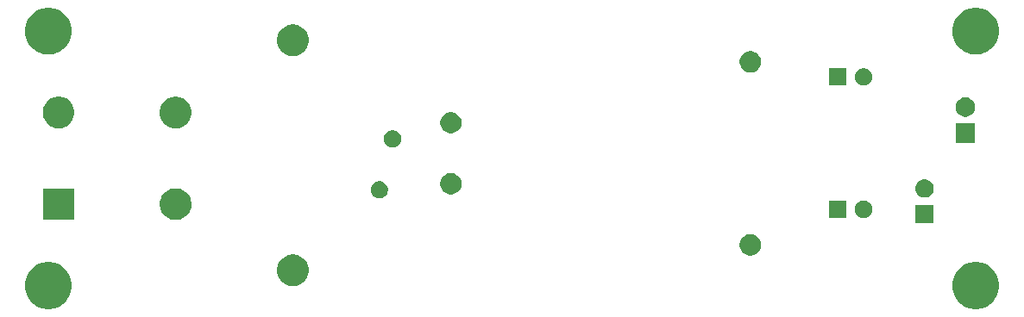
<source format=gbr>
G04 #@! TF.GenerationSoftware,KiCad,Pcbnew,(5.0.1)-3*
G04 #@! TF.CreationDate,2021-02-16T20:13:23+05:45*
G04 #@! TF.ProjectId,Power,506F7765722E6B696361645F70636200,rev?*
G04 #@! TF.SameCoordinates,Original*
G04 #@! TF.FileFunction,Soldermask,Bot*
G04 #@! TF.FilePolarity,Negative*
%FSLAX46Y46*%
G04 Gerber Fmt 4.6, Leading zero omitted, Abs format (unit mm)*
G04 Created by KiCad (PCBNEW (5.0.1)-3) date 2/16/2021 8:13:23 PM*
%MOMM*%
%LPD*%
G01*
G04 APERTURE LIST*
%ADD10C,0.100000*%
G04 APERTURE END LIST*
D10*
G36*
X239448903Y-65743213D02*
X239671177Y-65787426D01*
X240089932Y-65960880D01*
X240466802Y-66212696D01*
X240787304Y-66533198D01*
X241039120Y-66910068D01*
X241212574Y-67328823D01*
X241301000Y-67773371D01*
X241301000Y-68226629D01*
X241212574Y-68671177D01*
X241039120Y-69089932D01*
X240787304Y-69466802D01*
X240466802Y-69787304D01*
X240089932Y-70039120D01*
X239671177Y-70212574D01*
X239448903Y-70256787D01*
X239226630Y-70301000D01*
X238773370Y-70301000D01*
X238551097Y-70256787D01*
X238328823Y-70212574D01*
X237910068Y-70039120D01*
X237533198Y-69787304D01*
X237212696Y-69466802D01*
X236960880Y-69089932D01*
X236787426Y-68671177D01*
X236699000Y-68226629D01*
X236699000Y-67773371D01*
X236787426Y-67328823D01*
X236960880Y-66910068D01*
X237212696Y-66533198D01*
X237533198Y-66212696D01*
X237910068Y-65960880D01*
X238328823Y-65787426D01*
X238551097Y-65743213D01*
X238773370Y-65699000D01*
X239226630Y-65699000D01*
X239448903Y-65743213D01*
X239448903Y-65743213D01*
G37*
G36*
X148448903Y-65743213D02*
X148671177Y-65787426D01*
X149089932Y-65960880D01*
X149466802Y-66212696D01*
X149787304Y-66533198D01*
X150039120Y-66910068D01*
X150212574Y-67328823D01*
X150301000Y-67773371D01*
X150301000Y-68226629D01*
X150212574Y-68671177D01*
X150039120Y-69089932D01*
X149787304Y-69466802D01*
X149466802Y-69787304D01*
X149089932Y-70039120D01*
X148671177Y-70212574D01*
X148448903Y-70256787D01*
X148226630Y-70301000D01*
X147773370Y-70301000D01*
X147551097Y-70256787D01*
X147328823Y-70212574D01*
X146910068Y-70039120D01*
X146533198Y-69787304D01*
X146212696Y-69466802D01*
X145960880Y-69089932D01*
X145787426Y-68671177D01*
X145699000Y-68226629D01*
X145699000Y-67773371D01*
X145787426Y-67328823D01*
X145960880Y-66910068D01*
X146212696Y-66533198D01*
X146533198Y-66212696D01*
X146910068Y-65960880D01*
X147328823Y-65787426D01*
X147551097Y-65743213D01*
X147773370Y-65699000D01*
X148226630Y-65699000D01*
X148448903Y-65743213D01*
X148448903Y-65743213D01*
G37*
G36*
X172352527Y-64988736D02*
X172452410Y-65008604D01*
X172734674Y-65125521D01*
X172988705Y-65295259D01*
X173204741Y-65511295D01*
X173374479Y-65765326D01*
X173491396Y-66047590D01*
X173551000Y-66347240D01*
X173551000Y-66652760D01*
X173491396Y-66952410D01*
X173374479Y-67234674D01*
X173204741Y-67488705D01*
X172988705Y-67704741D01*
X172734674Y-67874479D01*
X172452410Y-67991396D01*
X172352527Y-68011264D01*
X172152762Y-68051000D01*
X171847238Y-68051000D01*
X171647473Y-68011264D01*
X171547590Y-67991396D01*
X171265326Y-67874479D01*
X171011295Y-67704741D01*
X170795259Y-67488705D01*
X170625521Y-67234674D01*
X170508604Y-66952410D01*
X170449000Y-66652760D01*
X170449000Y-66347240D01*
X170508604Y-66047590D01*
X170625521Y-65765326D01*
X170795259Y-65511295D01*
X171011295Y-65295259D01*
X171265326Y-65125521D01*
X171547590Y-65008604D01*
X171647473Y-64988736D01*
X171847238Y-64949000D01*
X172152762Y-64949000D01*
X172352527Y-64988736D01*
X172352527Y-64988736D01*
G37*
G36*
X217206565Y-62989389D02*
X217397834Y-63068615D01*
X217569976Y-63183637D01*
X217716363Y-63330024D01*
X217831385Y-63502166D01*
X217910611Y-63693435D01*
X217951000Y-63896484D01*
X217951000Y-64103516D01*
X217910611Y-64306565D01*
X217831385Y-64497834D01*
X217716363Y-64669976D01*
X217569976Y-64816363D01*
X217397834Y-64931385D01*
X217206565Y-65010611D01*
X217003516Y-65051000D01*
X216796484Y-65051000D01*
X216593435Y-65010611D01*
X216402166Y-64931385D01*
X216230024Y-64816363D01*
X216083637Y-64669976D01*
X215968615Y-64497834D01*
X215889389Y-64306565D01*
X215849000Y-64103516D01*
X215849000Y-63896484D01*
X215889389Y-63693435D01*
X215968615Y-63502166D01*
X216083637Y-63330024D01*
X216230024Y-63183637D01*
X216402166Y-63068615D01*
X216593435Y-62989389D01*
X216796484Y-62949000D01*
X217003516Y-62949000D01*
X217206565Y-62989389D01*
X217206565Y-62989389D01*
G37*
G36*
X234901000Y-61901000D02*
X233099000Y-61901000D01*
X233099000Y-60099000D01*
X234901000Y-60099000D01*
X234901000Y-61901000D01*
X234901000Y-61901000D01*
G37*
G36*
X160852527Y-58488736D02*
X160952410Y-58508604D01*
X161234674Y-58625521D01*
X161488705Y-58795259D01*
X161704741Y-59011295D01*
X161874479Y-59265326D01*
X161933699Y-59408297D01*
X161991396Y-59547591D01*
X162051000Y-59847238D01*
X162051000Y-60152762D01*
X162011264Y-60352527D01*
X161991396Y-60452410D01*
X161874479Y-60734674D01*
X161704741Y-60988705D01*
X161488705Y-61204741D01*
X161234674Y-61374479D01*
X160952410Y-61491396D01*
X160852527Y-61511264D01*
X160652762Y-61551000D01*
X160347238Y-61551000D01*
X160147473Y-61511264D01*
X160047590Y-61491396D01*
X159765326Y-61374479D01*
X159511295Y-61204741D01*
X159295259Y-60988705D01*
X159125521Y-60734674D01*
X159008604Y-60452410D01*
X158988736Y-60352527D01*
X158949000Y-60152762D01*
X158949000Y-59847238D01*
X159008604Y-59547591D01*
X159066301Y-59408297D01*
X159125521Y-59265326D01*
X159295259Y-59011295D01*
X159511295Y-58795259D01*
X159765326Y-58625521D01*
X160047590Y-58508604D01*
X160147473Y-58488736D01*
X160347238Y-58449000D01*
X160652762Y-58449000D01*
X160852527Y-58488736D01*
X160852527Y-58488736D01*
G37*
G36*
X150551000Y-61551000D02*
X147449000Y-61551000D01*
X147449000Y-58449000D01*
X150551000Y-58449000D01*
X150551000Y-61551000D01*
X150551000Y-61551000D01*
G37*
G36*
X226351000Y-61351000D02*
X224649000Y-61351000D01*
X224649000Y-59649000D01*
X226351000Y-59649000D01*
X226351000Y-61351000D01*
X226351000Y-61351000D01*
G37*
G36*
X228248228Y-59681703D02*
X228403100Y-59745853D01*
X228542481Y-59838985D01*
X228661015Y-59957519D01*
X228754147Y-60096900D01*
X228818297Y-60251772D01*
X228851000Y-60416184D01*
X228851000Y-60583816D01*
X228818297Y-60748228D01*
X228754147Y-60903100D01*
X228661015Y-61042481D01*
X228542481Y-61161015D01*
X228403100Y-61254147D01*
X228248228Y-61318297D01*
X228083816Y-61351000D01*
X227916184Y-61351000D01*
X227751772Y-61318297D01*
X227596900Y-61254147D01*
X227457519Y-61161015D01*
X227338985Y-61042481D01*
X227245853Y-60903100D01*
X227181703Y-60748228D01*
X227149000Y-60583816D01*
X227149000Y-60416184D01*
X227181703Y-60251772D01*
X227245853Y-60096900D01*
X227338985Y-59957519D01*
X227457519Y-59838985D01*
X227596900Y-59745853D01*
X227751772Y-59681703D01*
X227916184Y-59649000D01*
X228083816Y-59649000D01*
X228248228Y-59681703D01*
X228248228Y-59681703D01*
G37*
G36*
X180728228Y-57771703D02*
X180883100Y-57835853D01*
X181022481Y-57928985D01*
X181141015Y-58047519D01*
X181234147Y-58186900D01*
X181298297Y-58341772D01*
X181331000Y-58506184D01*
X181331000Y-58673816D01*
X181298297Y-58838228D01*
X181234147Y-58993100D01*
X181141015Y-59132481D01*
X181022481Y-59251015D01*
X180883100Y-59344147D01*
X180728228Y-59408297D01*
X180563816Y-59441000D01*
X180396184Y-59441000D01*
X180231772Y-59408297D01*
X180076900Y-59344147D01*
X179937519Y-59251015D01*
X179818985Y-59132481D01*
X179725853Y-58993100D01*
X179661703Y-58838228D01*
X179629000Y-58673816D01*
X179629000Y-58506184D01*
X179661703Y-58341772D01*
X179725853Y-58186900D01*
X179818985Y-58047519D01*
X179937519Y-57928985D01*
X180076900Y-57835853D01*
X180231772Y-57771703D01*
X180396184Y-57739000D01*
X180563816Y-57739000D01*
X180728228Y-57771703D01*
X180728228Y-57771703D01*
G37*
G36*
X234110442Y-57565518D02*
X234176627Y-57572037D01*
X234289853Y-57606384D01*
X234346467Y-57623557D01*
X234477198Y-57693435D01*
X234502991Y-57707222D01*
X234538729Y-57736552D01*
X234640186Y-57819814D01*
X234703108Y-57896486D01*
X234752778Y-57957009D01*
X234752779Y-57957011D01*
X234836443Y-58113533D01*
X234836443Y-58113534D01*
X234887963Y-58283373D01*
X234905359Y-58460000D01*
X234887963Y-58636627D01*
X234853616Y-58749853D01*
X234836443Y-58806467D01*
X234831153Y-58816363D01*
X234752778Y-58962991D01*
X234728068Y-58993100D01*
X234640186Y-59100186D01*
X234538729Y-59183448D01*
X234502991Y-59212778D01*
X234502989Y-59212779D01*
X234346467Y-59296443D01*
X234289853Y-59313616D01*
X234176627Y-59347963D01*
X234110442Y-59354482D01*
X234044260Y-59361000D01*
X233955740Y-59361000D01*
X233889558Y-59354482D01*
X233823373Y-59347963D01*
X233710147Y-59313616D01*
X233653533Y-59296443D01*
X233497011Y-59212779D01*
X233497009Y-59212778D01*
X233461271Y-59183448D01*
X233359814Y-59100186D01*
X233271932Y-58993100D01*
X233247222Y-58962991D01*
X233168847Y-58816363D01*
X233163557Y-58806467D01*
X233146384Y-58749853D01*
X233112037Y-58636627D01*
X233094641Y-58460000D01*
X233112037Y-58283373D01*
X233163557Y-58113534D01*
X233163557Y-58113533D01*
X233247221Y-57957011D01*
X233247222Y-57957009D01*
X233296892Y-57896486D01*
X233359814Y-57819814D01*
X233461271Y-57736552D01*
X233497009Y-57707222D01*
X233522802Y-57693435D01*
X233653533Y-57623557D01*
X233710147Y-57606384D01*
X233823373Y-57572037D01*
X233889558Y-57565518D01*
X233955740Y-57559000D01*
X234044260Y-57559000D01*
X234110442Y-57565518D01*
X234110442Y-57565518D01*
G37*
G36*
X187806565Y-56989389D02*
X187997834Y-57068615D01*
X188169976Y-57183637D01*
X188316363Y-57330024D01*
X188431385Y-57502166D01*
X188510611Y-57693435D01*
X188551000Y-57896484D01*
X188551000Y-58103516D01*
X188510611Y-58306565D01*
X188431385Y-58497834D01*
X188316363Y-58669976D01*
X188169976Y-58816363D01*
X187997834Y-58931385D01*
X187806565Y-59010611D01*
X187603516Y-59051000D01*
X187396484Y-59051000D01*
X187193435Y-59010611D01*
X187002166Y-58931385D01*
X186830024Y-58816363D01*
X186683637Y-58669976D01*
X186568615Y-58497834D01*
X186489389Y-58306565D01*
X186449000Y-58103516D01*
X186449000Y-57896484D01*
X186489389Y-57693435D01*
X186568615Y-57502166D01*
X186683637Y-57330024D01*
X186830024Y-57183637D01*
X187002166Y-57068615D01*
X187193435Y-56989389D01*
X187396484Y-56949000D01*
X187603516Y-56949000D01*
X187806565Y-56989389D01*
X187806565Y-56989389D01*
G37*
G36*
X182028228Y-52771703D02*
X182183100Y-52835853D01*
X182322481Y-52928985D01*
X182441015Y-53047519D01*
X182534147Y-53186900D01*
X182598297Y-53341772D01*
X182631000Y-53506184D01*
X182631000Y-53673816D01*
X182598297Y-53838228D01*
X182534147Y-53993100D01*
X182441015Y-54132481D01*
X182322481Y-54251015D01*
X182183100Y-54344147D01*
X182028228Y-54408297D01*
X181863816Y-54441000D01*
X181696184Y-54441000D01*
X181531772Y-54408297D01*
X181376900Y-54344147D01*
X181237519Y-54251015D01*
X181118985Y-54132481D01*
X181025853Y-53993100D01*
X180961703Y-53838228D01*
X180929000Y-53673816D01*
X180929000Y-53506184D01*
X180961703Y-53341772D01*
X181025853Y-53186900D01*
X181118985Y-53047519D01*
X181237519Y-52928985D01*
X181376900Y-52835853D01*
X181531772Y-52771703D01*
X181696184Y-52739000D01*
X181863816Y-52739000D01*
X182028228Y-52771703D01*
X182028228Y-52771703D01*
G37*
G36*
X238951000Y-53951000D02*
X237049000Y-53951000D01*
X237049000Y-52049000D01*
X238951000Y-52049000D01*
X238951000Y-53951000D01*
X238951000Y-53951000D01*
G37*
G36*
X187806565Y-50989389D02*
X187997834Y-51068615D01*
X188169976Y-51183637D01*
X188316363Y-51330024D01*
X188431385Y-51502166D01*
X188510611Y-51693435D01*
X188551000Y-51896484D01*
X188551000Y-52103516D01*
X188510611Y-52306565D01*
X188431385Y-52497834D01*
X188316363Y-52669976D01*
X188169976Y-52816363D01*
X187997834Y-52931385D01*
X187806565Y-53010611D01*
X187603516Y-53051000D01*
X187396484Y-53051000D01*
X187193435Y-53010611D01*
X187002166Y-52931385D01*
X186830024Y-52816363D01*
X186683637Y-52669976D01*
X186568615Y-52497834D01*
X186489389Y-52306565D01*
X186449000Y-52103516D01*
X186449000Y-51896484D01*
X186489389Y-51693435D01*
X186568615Y-51502166D01*
X186683637Y-51330024D01*
X186830024Y-51183637D01*
X187002166Y-51068615D01*
X187193435Y-50989389D01*
X187396484Y-50949000D01*
X187603516Y-50949000D01*
X187806565Y-50989389D01*
X187806565Y-50989389D01*
G37*
G36*
X160852527Y-49488736D02*
X160952410Y-49508604D01*
X161234674Y-49625521D01*
X161488705Y-49795259D01*
X161704741Y-50011295D01*
X161874479Y-50265326D01*
X161991396Y-50547590D01*
X161991396Y-50547591D01*
X162051000Y-50847238D01*
X162051000Y-51152762D01*
X162041864Y-51198690D01*
X161991396Y-51452410D01*
X161874479Y-51734674D01*
X161704741Y-51988705D01*
X161488705Y-52204741D01*
X161234674Y-52374479D01*
X160952410Y-52491396D01*
X160852527Y-52511264D01*
X160652762Y-52551000D01*
X160347238Y-52551000D01*
X160147473Y-52511264D01*
X160047590Y-52491396D01*
X159765326Y-52374479D01*
X159511295Y-52204741D01*
X159295259Y-51988705D01*
X159125521Y-51734674D01*
X159008604Y-51452410D01*
X158958136Y-51198690D01*
X158949000Y-51152762D01*
X158949000Y-50847238D01*
X159008604Y-50547591D01*
X159008604Y-50547590D01*
X159125521Y-50265326D01*
X159295259Y-50011295D01*
X159511295Y-49795259D01*
X159765326Y-49625521D01*
X160047590Y-49508604D01*
X160147473Y-49488736D01*
X160347238Y-49449000D01*
X160652762Y-49449000D01*
X160852527Y-49488736D01*
X160852527Y-49488736D01*
G37*
G36*
X149352527Y-49488736D02*
X149452410Y-49508604D01*
X149734674Y-49625521D01*
X149988705Y-49795259D01*
X150204741Y-50011295D01*
X150374479Y-50265326D01*
X150491396Y-50547590D01*
X150491396Y-50547591D01*
X150551000Y-50847238D01*
X150551000Y-51152762D01*
X150541864Y-51198690D01*
X150491396Y-51452410D01*
X150374479Y-51734674D01*
X150204741Y-51988705D01*
X149988705Y-52204741D01*
X149734674Y-52374479D01*
X149452410Y-52491396D01*
X149352527Y-52511264D01*
X149152762Y-52551000D01*
X148847238Y-52551000D01*
X148647473Y-52511264D01*
X148547590Y-52491396D01*
X148265326Y-52374479D01*
X148011295Y-52204741D01*
X147795259Y-51988705D01*
X147625521Y-51734674D01*
X147508604Y-51452410D01*
X147458136Y-51198690D01*
X147449000Y-51152762D01*
X147449000Y-50847238D01*
X147508604Y-50547591D01*
X147508604Y-50547590D01*
X147625521Y-50265326D01*
X147795259Y-50011295D01*
X148011295Y-49795259D01*
X148265326Y-49625521D01*
X148547590Y-49508604D01*
X148647473Y-49488736D01*
X148847238Y-49449000D01*
X149152762Y-49449000D01*
X149352527Y-49488736D01*
X149352527Y-49488736D01*
G37*
G36*
X238277396Y-49545546D02*
X238450466Y-49617234D01*
X238606230Y-49721312D01*
X238738688Y-49853770D01*
X238842766Y-50009534D01*
X238914454Y-50182604D01*
X238951000Y-50366333D01*
X238951000Y-50553667D01*
X238914454Y-50737396D01*
X238842766Y-50910466D01*
X238738688Y-51066230D01*
X238606230Y-51198688D01*
X238450466Y-51302766D01*
X238277396Y-51374454D01*
X238093667Y-51411000D01*
X237906333Y-51411000D01*
X237722604Y-51374454D01*
X237549534Y-51302766D01*
X237393770Y-51198688D01*
X237261312Y-51066230D01*
X237157234Y-50910466D01*
X237085546Y-50737396D01*
X237049000Y-50553667D01*
X237049000Y-50366333D01*
X237085546Y-50182604D01*
X237157234Y-50009534D01*
X237261312Y-49853770D01*
X237393770Y-49721312D01*
X237549534Y-49617234D01*
X237722604Y-49545546D01*
X237906333Y-49509000D01*
X238093667Y-49509000D01*
X238277396Y-49545546D01*
X238277396Y-49545546D01*
G37*
G36*
X228248228Y-46681703D02*
X228403100Y-46745853D01*
X228542481Y-46838985D01*
X228661015Y-46957519D01*
X228754147Y-47096900D01*
X228818297Y-47251772D01*
X228851000Y-47416184D01*
X228851000Y-47583816D01*
X228818297Y-47748228D01*
X228754147Y-47903100D01*
X228661015Y-48042481D01*
X228542481Y-48161015D01*
X228403100Y-48254147D01*
X228248228Y-48318297D01*
X228083816Y-48351000D01*
X227916184Y-48351000D01*
X227751772Y-48318297D01*
X227596900Y-48254147D01*
X227457519Y-48161015D01*
X227338985Y-48042481D01*
X227245853Y-47903100D01*
X227181703Y-47748228D01*
X227149000Y-47583816D01*
X227149000Y-47416184D01*
X227181703Y-47251772D01*
X227245853Y-47096900D01*
X227338985Y-46957519D01*
X227457519Y-46838985D01*
X227596900Y-46745853D01*
X227751772Y-46681703D01*
X227916184Y-46649000D01*
X228083816Y-46649000D01*
X228248228Y-46681703D01*
X228248228Y-46681703D01*
G37*
G36*
X226351000Y-48351000D02*
X224649000Y-48351000D01*
X224649000Y-46649000D01*
X226351000Y-46649000D01*
X226351000Y-48351000D01*
X226351000Y-48351000D01*
G37*
G36*
X217206565Y-44989389D02*
X217397834Y-45068615D01*
X217569976Y-45183637D01*
X217716363Y-45330024D01*
X217831385Y-45502166D01*
X217910611Y-45693435D01*
X217951000Y-45896484D01*
X217951000Y-46103516D01*
X217910611Y-46306565D01*
X217831385Y-46497834D01*
X217716363Y-46669976D01*
X217569976Y-46816363D01*
X217397834Y-46931385D01*
X217206565Y-47010611D01*
X217003516Y-47051000D01*
X216796484Y-47051000D01*
X216593435Y-47010611D01*
X216402166Y-46931385D01*
X216230024Y-46816363D01*
X216083637Y-46669976D01*
X215968615Y-46497834D01*
X215889389Y-46306565D01*
X215849000Y-46103516D01*
X215849000Y-45896484D01*
X215889389Y-45693435D01*
X215968615Y-45502166D01*
X216083637Y-45330024D01*
X216230024Y-45183637D01*
X216402166Y-45068615D01*
X216593435Y-44989389D01*
X216796484Y-44949000D01*
X217003516Y-44949000D01*
X217206565Y-44989389D01*
X217206565Y-44989389D01*
G37*
G36*
X172352527Y-42388736D02*
X172452410Y-42408604D01*
X172734674Y-42525521D01*
X172988705Y-42695259D01*
X173204741Y-42911295D01*
X173374479Y-43165326D01*
X173491396Y-43447590D01*
X173491396Y-43447591D01*
X173551000Y-43747238D01*
X173551000Y-44052762D01*
X173543606Y-44089932D01*
X173491396Y-44352410D01*
X173374479Y-44634674D01*
X173204741Y-44888705D01*
X172988705Y-45104741D01*
X172734674Y-45274479D01*
X172452410Y-45391396D01*
X172352527Y-45411264D01*
X172152762Y-45451000D01*
X171847238Y-45451000D01*
X171647473Y-45411264D01*
X171547590Y-45391396D01*
X171265326Y-45274479D01*
X171011295Y-45104741D01*
X170795259Y-44888705D01*
X170625521Y-44634674D01*
X170508604Y-44352410D01*
X170456394Y-44089932D01*
X170449000Y-44052762D01*
X170449000Y-43747238D01*
X170508604Y-43447591D01*
X170508604Y-43447590D01*
X170625521Y-43165326D01*
X170795259Y-42911295D01*
X171011295Y-42695259D01*
X171265326Y-42525521D01*
X171547590Y-42408604D01*
X171647473Y-42388736D01*
X171847238Y-42349000D01*
X172152762Y-42349000D01*
X172352527Y-42388736D01*
X172352527Y-42388736D01*
G37*
G36*
X148448903Y-40743213D02*
X148671177Y-40787426D01*
X149089932Y-40960880D01*
X149466802Y-41212696D01*
X149787304Y-41533198D01*
X150039120Y-41910068D01*
X150212574Y-42328823D01*
X150301000Y-42773371D01*
X150301000Y-43226629D01*
X150212574Y-43671177D01*
X150039120Y-44089932D01*
X149787304Y-44466802D01*
X149466802Y-44787304D01*
X149089932Y-45039120D01*
X148671177Y-45212574D01*
X148448903Y-45256787D01*
X148226630Y-45301000D01*
X147773370Y-45301000D01*
X147551097Y-45256787D01*
X147328823Y-45212574D01*
X146910068Y-45039120D01*
X146533198Y-44787304D01*
X146212696Y-44466802D01*
X145960880Y-44089932D01*
X145787426Y-43671177D01*
X145699000Y-43226629D01*
X145699000Y-42773371D01*
X145787426Y-42328823D01*
X145960880Y-41910068D01*
X146212696Y-41533198D01*
X146533198Y-41212696D01*
X146910068Y-40960880D01*
X147328823Y-40787426D01*
X147551097Y-40743213D01*
X147773370Y-40699000D01*
X148226630Y-40699000D01*
X148448903Y-40743213D01*
X148448903Y-40743213D01*
G37*
G36*
X239448903Y-40743213D02*
X239671177Y-40787426D01*
X240089932Y-40960880D01*
X240466802Y-41212696D01*
X240787304Y-41533198D01*
X241039120Y-41910068D01*
X241212574Y-42328823D01*
X241301000Y-42773371D01*
X241301000Y-43226629D01*
X241212574Y-43671177D01*
X241039120Y-44089932D01*
X240787304Y-44466802D01*
X240466802Y-44787304D01*
X240089932Y-45039120D01*
X239671177Y-45212574D01*
X239448903Y-45256787D01*
X239226630Y-45301000D01*
X238773370Y-45301000D01*
X238551097Y-45256787D01*
X238328823Y-45212574D01*
X237910068Y-45039120D01*
X237533198Y-44787304D01*
X237212696Y-44466802D01*
X236960880Y-44089932D01*
X236787426Y-43671177D01*
X236699000Y-43226629D01*
X236699000Y-42773371D01*
X236787426Y-42328823D01*
X236960880Y-41910068D01*
X237212696Y-41533198D01*
X237533198Y-41212696D01*
X237910068Y-40960880D01*
X238328823Y-40787426D01*
X238551097Y-40743213D01*
X238773370Y-40699000D01*
X239226630Y-40699000D01*
X239448903Y-40743213D01*
X239448903Y-40743213D01*
G37*
M02*

</source>
